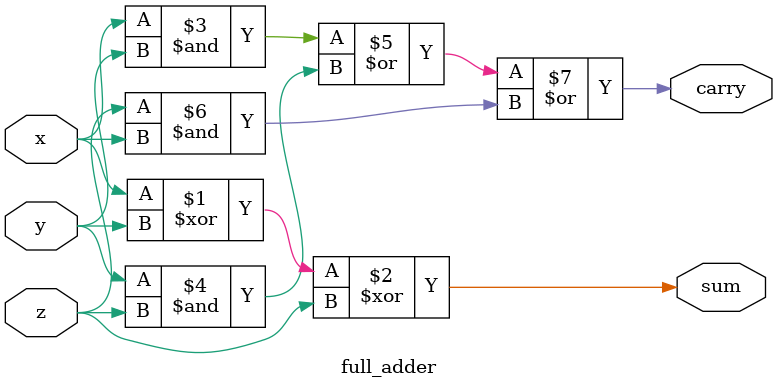
<source format=v>
module full_adder(input x, y, z, output sum, carry);
assign sum = x^y^z;
assign carry = (x&y)|(y&z)|(z&x);
endmodule
</source>
